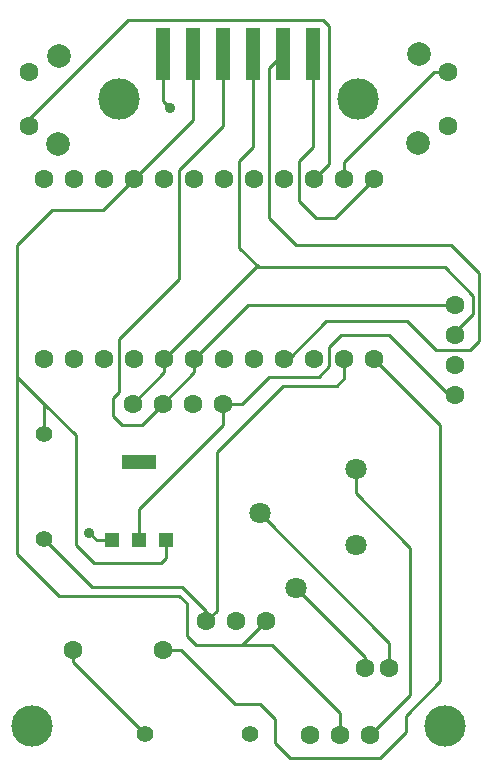
<source format=gtl>
G04 (created by PCBNEW (22-Jun-2014 BZR 4027)-stable) date Thu 10 Nov 2016 11:36:34 GMT*
%MOIN*%
G04 Gerber Fmt 3.4, Leading zero omitted, Abs format*
%FSLAX34Y34*%
G01*
G70*
G90*
G04 APERTURE LIST*
%ADD10C,0.00590551*%
%ADD11C,0.0629921*%
%ADD12R,0.0472441X0.177165*%
%ADD13R,0.0472441X0.0472441*%
%ADD14R,0.11811X0.0472441*%
%ADD15C,0.0787402*%
%ADD16C,0.137795*%
%ADD17C,0.055*%
%ADD18C,0.0708661*%
%ADD19C,0.035*%
%ADD20C,0.01*%
G04 APERTURE END LIST*
G54D10*
G54D11*
X123500Y-28100D03*
X122500Y-28100D03*
X123500Y-22100D03*
X121500Y-28100D03*
X120500Y-28100D03*
X119500Y-28100D03*
X118500Y-28100D03*
X117500Y-28100D03*
X116500Y-28100D03*
X115500Y-28100D03*
X114500Y-28100D03*
X113500Y-28100D03*
X112500Y-28100D03*
X122500Y-22100D03*
X121500Y-22100D03*
X120500Y-22100D03*
X119500Y-22100D03*
X118500Y-22100D03*
X117500Y-22100D03*
X116500Y-22100D03*
X115500Y-22100D03*
X114500Y-22100D03*
X113500Y-22100D03*
X112500Y-22100D03*
X113450Y-37800D03*
X116450Y-37800D03*
G54D12*
X118450Y-17950D03*
X119450Y-17950D03*
X117450Y-17950D03*
X116450Y-17950D03*
X120450Y-17950D03*
X121450Y-17950D03*
G54D13*
X114750Y-34150D03*
X115650Y-34150D03*
X116550Y-34150D03*
G54D14*
X115650Y-31550D03*
G54D11*
X125950Y-18550D03*
X125950Y-20350D03*
G54D15*
X124950Y-20900D03*
X125000Y-17950D03*
G54D11*
X112000Y-20350D03*
X112000Y-18550D03*
G54D15*
X113000Y-18000D03*
X112950Y-20950D03*
G54D11*
X123350Y-40650D03*
X122350Y-40650D03*
X121350Y-40650D03*
X119900Y-36850D03*
X118900Y-36850D03*
X117900Y-36850D03*
G54D16*
X122950Y-19450D03*
X115000Y-19450D03*
X125850Y-40350D03*
X112100Y-40350D03*
G54D11*
X126200Y-27300D03*
X126200Y-28300D03*
X126200Y-29300D03*
X126200Y-26300D03*
X123200Y-38400D03*
X124000Y-38400D03*
X115450Y-29600D03*
X116450Y-29600D03*
X117450Y-29600D03*
X118450Y-29600D03*
G54D17*
X112500Y-34100D03*
X112500Y-30600D03*
X119350Y-40600D03*
X115850Y-40600D03*
G54D18*
X122875Y-34300D03*
X122875Y-31775D03*
X120900Y-35725D03*
X119675Y-33250D03*
G54D19*
X116700Y-19750D03*
X114000Y-33900D03*
G54D20*
X120500Y-28100D02*
X120650Y-28100D01*
X120000Y-18400D02*
X120450Y-17950D01*
X120000Y-23400D02*
X120000Y-18400D01*
X120900Y-24300D02*
X120000Y-23400D01*
X126050Y-24300D02*
X120900Y-24300D01*
X127000Y-25250D02*
X126050Y-24300D01*
X127000Y-27499D02*
X127000Y-25250D01*
X126700Y-27800D02*
X127000Y-27499D01*
X125550Y-27800D02*
X126700Y-27800D01*
X124600Y-26850D02*
X125550Y-27800D01*
X121900Y-26850D02*
X124600Y-26850D01*
X120650Y-28100D02*
X121900Y-26850D01*
X116450Y-17950D02*
X116450Y-19500D01*
X116450Y-19500D02*
X116700Y-19750D01*
X114750Y-34150D02*
X114250Y-34150D01*
X114250Y-34150D02*
X114000Y-33900D01*
X121450Y-17950D02*
X121450Y-18950D01*
X121450Y-21050D02*
X121000Y-21500D01*
X121000Y-21500D02*
X121000Y-22850D01*
X121000Y-22850D02*
X121550Y-23400D01*
X121550Y-23400D02*
X122200Y-23400D01*
X122200Y-23400D02*
X123500Y-22100D01*
X121450Y-18950D02*
X121450Y-21050D01*
X125950Y-18550D02*
X125500Y-18550D01*
X122500Y-21550D02*
X122500Y-22100D01*
X125500Y-18550D02*
X122500Y-21550D01*
X122350Y-40650D02*
X122350Y-39900D01*
X120100Y-37650D02*
X119100Y-37650D01*
X122350Y-39900D02*
X120100Y-37650D01*
X119100Y-37650D02*
X117550Y-37650D01*
X114450Y-23150D02*
X115500Y-22100D01*
X117450Y-17950D02*
X117450Y-18950D01*
X117450Y-20150D02*
X115500Y-22100D01*
X117450Y-18950D02*
X117450Y-20150D01*
X116550Y-34150D02*
X116550Y-34750D01*
X119100Y-37650D02*
X119900Y-36850D01*
X117550Y-37650D02*
X117250Y-37350D01*
X116550Y-34750D02*
X116400Y-34900D01*
X112750Y-23150D02*
X114450Y-23150D01*
X117000Y-36000D02*
X113000Y-36000D01*
X117250Y-36250D02*
X117000Y-36000D01*
X117250Y-37350D02*
X117250Y-36250D01*
X116400Y-34900D02*
X114150Y-34900D01*
X111600Y-24300D02*
X112750Y-23150D01*
X111600Y-34600D02*
X111600Y-28700D01*
X113000Y-36000D02*
X111600Y-34600D01*
X114150Y-34900D02*
X113550Y-34300D01*
X112500Y-29600D02*
X111600Y-28700D01*
X111600Y-28700D02*
X111600Y-24300D01*
X113550Y-30650D02*
X112500Y-29600D01*
X113550Y-34300D02*
X113550Y-30650D01*
X112500Y-30600D02*
X112500Y-29600D01*
X118450Y-17950D02*
X118450Y-18950D01*
X118450Y-20350D02*
X117000Y-21800D01*
X117000Y-21800D02*
X117000Y-25450D01*
X117000Y-25450D02*
X115000Y-27450D01*
X115000Y-27450D02*
X115000Y-29200D01*
X115000Y-29200D02*
X114800Y-29400D01*
X114800Y-29400D02*
X114800Y-30000D01*
X114800Y-30000D02*
X115100Y-30300D01*
X115100Y-30300D02*
X115750Y-30300D01*
X115750Y-30300D02*
X116450Y-29600D01*
X118450Y-18950D02*
X118450Y-20350D01*
X117500Y-28100D02*
X117500Y-28550D01*
X117500Y-28550D02*
X116450Y-29600D01*
X126200Y-26300D02*
X119300Y-26300D01*
X119300Y-26300D02*
X117500Y-28100D01*
X119450Y-17950D02*
X119450Y-18950D01*
X119450Y-21050D02*
X119000Y-21500D01*
X119000Y-21500D02*
X119000Y-24400D01*
X119000Y-24400D02*
X119650Y-25050D01*
X119450Y-18950D02*
X119450Y-21050D01*
X126200Y-27300D02*
X126200Y-27200D01*
X126200Y-27200D02*
X126800Y-26600D01*
X126800Y-26600D02*
X126800Y-26000D01*
X125850Y-25050D02*
X119650Y-25050D01*
X126800Y-26000D02*
X125850Y-25050D01*
X116500Y-28100D02*
X116500Y-28550D01*
X116500Y-28550D02*
X115450Y-29600D01*
X119550Y-25050D02*
X116500Y-28100D01*
X119650Y-25050D02*
X119550Y-25050D01*
X116450Y-37800D02*
X117050Y-37800D01*
X125700Y-30300D02*
X123500Y-28100D01*
X125700Y-38850D02*
X125700Y-30300D01*
X124550Y-40000D02*
X125700Y-38850D01*
X124550Y-40550D02*
X124550Y-40000D01*
X123700Y-41400D02*
X124550Y-40550D01*
X120700Y-41400D02*
X123700Y-41400D01*
X120200Y-40900D02*
X120700Y-41400D01*
X120200Y-40100D02*
X120200Y-40900D01*
X119700Y-39600D02*
X120200Y-40100D01*
X118850Y-39600D02*
X119700Y-39600D01*
X117050Y-37800D02*
X118850Y-39600D01*
X114100Y-35700D02*
X112500Y-34100D01*
X117100Y-35700D02*
X114100Y-35700D01*
X117900Y-36500D02*
X117100Y-35700D01*
X117900Y-36850D02*
X118250Y-36500D01*
X122500Y-28750D02*
X122500Y-28100D01*
X122250Y-29000D02*
X122500Y-28750D01*
X120450Y-29000D02*
X122250Y-29000D01*
X118250Y-31200D02*
X120450Y-29000D01*
X118250Y-36500D02*
X118250Y-31200D01*
X117900Y-36850D02*
X117900Y-36500D01*
X113450Y-37800D02*
X113450Y-38200D01*
X113450Y-38200D02*
X115850Y-40600D01*
X112000Y-20350D02*
X112000Y-20100D01*
X122000Y-21600D02*
X121500Y-22100D01*
X122000Y-17000D02*
X122000Y-21600D01*
X121800Y-16800D02*
X122000Y-17000D01*
X115300Y-16800D02*
X121800Y-16800D01*
X112000Y-20100D02*
X115300Y-16800D01*
X126200Y-29300D02*
X126000Y-29300D01*
X126000Y-29300D02*
X124000Y-27300D01*
X124000Y-27300D02*
X122400Y-27300D01*
X122400Y-27300D02*
X122000Y-27700D01*
X119100Y-29600D02*
X118450Y-29600D01*
X120000Y-28700D02*
X119100Y-29600D01*
X121650Y-28700D02*
X120000Y-28700D01*
X122000Y-28350D02*
X121650Y-28700D01*
X122000Y-27700D02*
X122000Y-28350D01*
X115650Y-34150D02*
X115650Y-33100D01*
X118450Y-30300D02*
X118450Y-29600D01*
X115650Y-33100D02*
X118450Y-30300D01*
X124000Y-38400D02*
X124000Y-37575D01*
X124000Y-37575D02*
X119675Y-33250D01*
X123200Y-38400D02*
X123200Y-38025D01*
X123200Y-38025D02*
X120900Y-35725D01*
X122875Y-31775D02*
X122875Y-32575D01*
X124700Y-39300D02*
X123350Y-40650D01*
X124700Y-34400D02*
X124700Y-39300D01*
X122875Y-32575D02*
X124700Y-34400D01*
M02*

</source>
